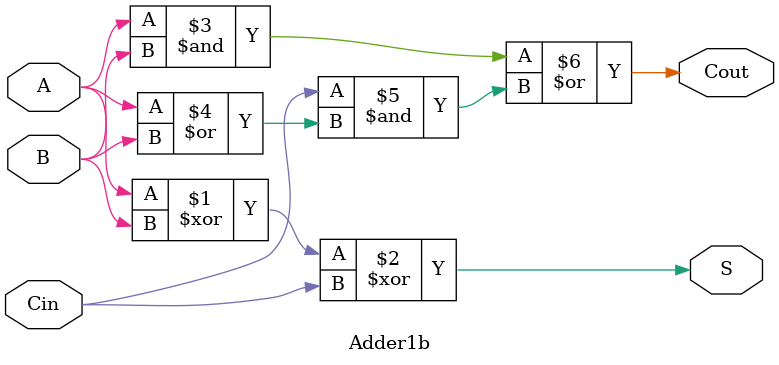
<source format=v>
module Adder1b( A,
                B,
                Cin,
                Cout,
                S );

    input A;
    input B;
    input Cin;
    output Cout;
    output S;
    
    assign S = A ^ B ^ Cin;
    assign Cout = (A & B) | (Cin & (A | B));

endmodule

</source>
